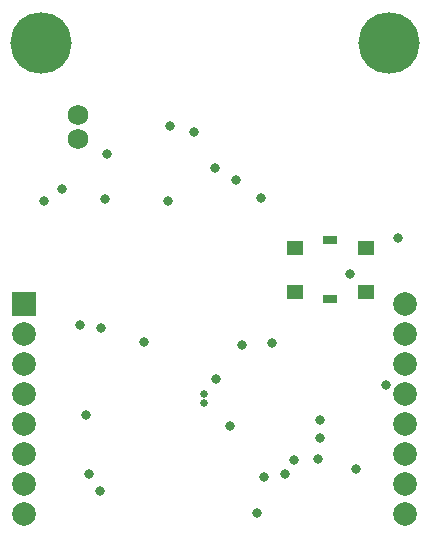
<source format=gbs>
G04 Layer_Color=8150272*
%FSLAX25Y25*%
%MOIN*%
G70*
G01*
G75*
%ADD88C,0.06800*%
%ADD89C,0.20485*%
%ADD90C,0.07887*%
%ADD91R,0.07887X0.07887*%
%ADD92C,0.03162*%
%ADD93C,0.02520*%
%ADD94R,0.05524X0.05131*%
%ADD95R,0.04737X0.02572*%
D88*
X124434Y239000D02*
D03*
Y231063D02*
D03*
D89*
X112008Y262992D02*
D03*
X227992D02*
D03*
D90*
X106496Y145984D02*
D03*
Y155984D02*
D03*
Y165984D02*
D03*
Y135984D02*
D03*
Y125984D02*
D03*
Y115984D02*
D03*
Y105984D02*
D03*
X233504D02*
D03*
Y115984D02*
D03*
Y125984D02*
D03*
Y135984D02*
D03*
Y145984D02*
D03*
Y155984D02*
D03*
Y165984D02*
D03*
Y175984D02*
D03*
D91*
X106496D02*
D03*
D92*
X134000Y226000D02*
D03*
X215000Y186000D02*
D03*
X175000Y135500D02*
D03*
X184000Y106500D02*
D03*
X186500Y118500D02*
D03*
X204500Y124500D02*
D03*
X127000Y139000D02*
D03*
X205000Y131500D02*
D03*
Y137500D02*
D03*
X231000Y198000D02*
D03*
X185500Y211500D02*
D03*
X227000Y149000D02*
D03*
X128000Y119500D02*
D03*
X131595Y113841D02*
D03*
X113000Y210500D02*
D03*
X119000Y214500D02*
D03*
X132000Y168000D02*
D03*
X189000Y163000D02*
D03*
X179000Y162500D02*
D03*
X170500Y151000D02*
D03*
X146500Y163500D02*
D03*
X154500Y210500D02*
D03*
X133500Y211000D02*
D03*
X163000Y233500D02*
D03*
X155000Y235500D02*
D03*
X177000Y217278D02*
D03*
X170043Y221500D02*
D03*
X217000Y121000D02*
D03*
X196500Y124000D02*
D03*
X193500Y119500D02*
D03*
X125000Y169000D02*
D03*
D93*
X166500Y142925D02*
D03*
Y146075D02*
D03*
D94*
X220311Y180217D02*
D03*
Y194783D02*
D03*
X196689Y180217D02*
D03*
Y194783D02*
D03*
D95*
X208500Y177657D02*
D03*
Y197343D02*
D03*
M02*

</source>
